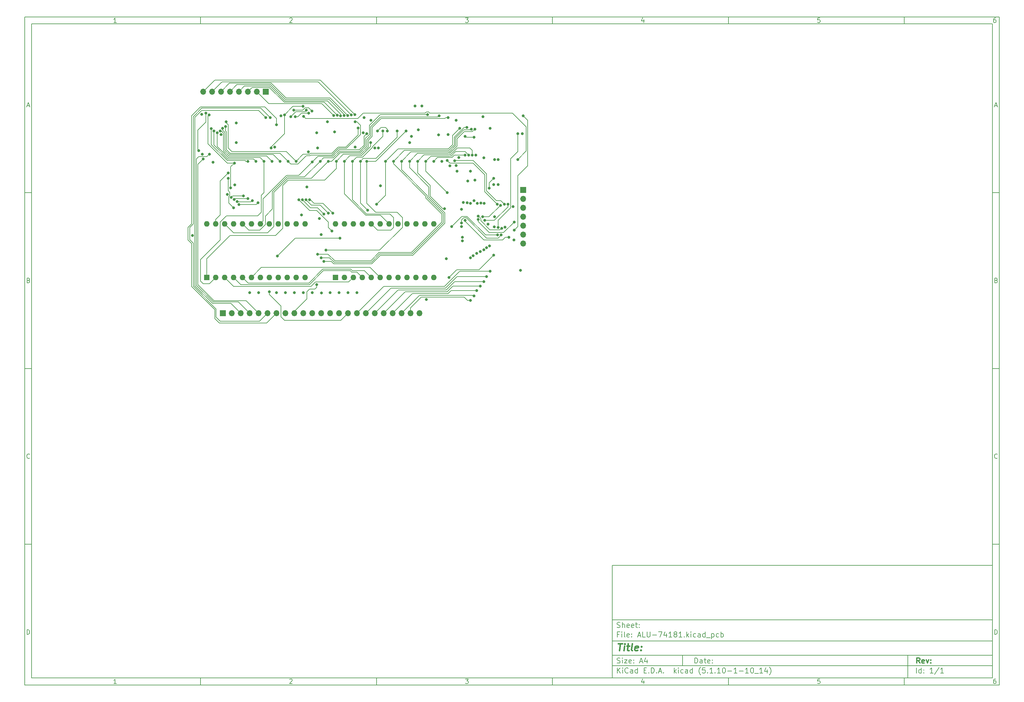
<source format=gbr>
%TF.GenerationSoftware,KiCad,Pcbnew,(5.1.10-1-10_14)*%
%TF.CreationDate,2021-11-14T11:47:48-05:00*%
%TF.ProjectId,ALU-74181,414c552d-3734-4313-9831-2e6b69636164,rev?*%
%TF.SameCoordinates,Original*%
%TF.FileFunction,Copper,L4,Bot*%
%TF.FilePolarity,Positive*%
%FSLAX46Y46*%
G04 Gerber Fmt 4.6, Leading zero omitted, Abs format (unit mm)*
G04 Created by KiCad (PCBNEW (5.1.10-1-10_14)) date 2021-11-14 11:47:48*
%MOMM*%
%LPD*%
G01*
G04 APERTURE LIST*
%ADD10C,0.100000*%
%ADD11C,0.150000*%
%ADD12C,0.300000*%
%ADD13C,0.400000*%
%TA.AperFunction,ComponentPad*%
%ADD14O,1.700000X1.700000*%
%TD*%
%TA.AperFunction,ComponentPad*%
%ADD15R,1.700000X1.700000*%
%TD*%
%TA.AperFunction,ComponentPad*%
%ADD16O,1.600000X1.600000*%
%TD*%
%TA.AperFunction,ComponentPad*%
%ADD17R,1.600000X1.600000*%
%TD*%
%TA.AperFunction,ViaPad*%
%ADD18C,0.800000*%
%TD*%
%TA.AperFunction,Conductor*%
%ADD19C,0.200000*%
%TD*%
G04 APERTURE END LIST*
D10*
D11*
X177002200Y-166007200D02*
X177002200Y-198007200D01*
X285002200Y-198007200D01*
X285002200Y-166007200D01*
X177002200Y-166007200D01*
D10*
D11*
X10000000Y-10000000D02*
X10000000Y-200007200D01*
X287002200Y-200007200D01*
X287002200Y-10000000D01*
X10000000Y-10000000D01*
D10*
D11*
X12000000Y-12000000D02*
X12000000Y-198007200D01*
X285002200Y-198007200D01*
X285002200Y-12000000D01*
X12000000Y-12000000D01*
D10*
D11*
X60000000Y-12000000D02*
X60000000Y-10000000D01*
D10*
D11*
X110000000Y-12000000D02*
X110000000Y-10000000D01*
D10*
D11*
X160000000Y-12000000D02*
X160000000Y-10000000D01*
D10*
D11*
X210000000Y-12000000D02*
X210000000Y-10000000D01*
D10*
D11*
X260000000Y-12000000D02*
X260000000Y-10000000D01*
D10*
D11*
X36065476Y-11588095D02*
X35322619Y-11588095D01*
X35694047Y-11588095D02*
X35694047Y-10288095D01*
X35570238Y-10473809D01*
X35446428Y-10597619D01*
X35322619Y-10659523D01*
D10*
D11*
X85322619Y-10411904D02*
X85384523Y-10350000D01*
X85508333Y-10288095D01*
X85817857Y-10288095D01*
X85941666Y-10350000D01*
X86003571Y-10411904D01*
X86065476Y-10535714D01*
X86065476Y-10659523D01*
X86003571Y-10845238D01*
X85260714Y-11588095D01*
X86065476Y-11588095D01*
D10*
D11*
X135260714Y-10288095D02*
X136065476Y-10288095D01*
X135632142Y-10783333D01*
X135817857Y-10783333D01*
X135941666Y-10845238D01*
X136003571Y-10907142D01*
X136065476Y-11030952D01*
X136065476Y-11340476D01*
X136003571Y-11464285D01*
X135941666Y-11526190D01*
X135817857Y-11588095D01*
X135446428Y-11588095D01*
X135322619Y-11526190D01*
X135260714Y-11464285D01*
D10*
D11*
X185941666Y-10721428D02*
X185941666Y-11588095D01*
X185632142Y-10226190D02*
X185322619Y-11154761D01*
X186127380Y-11154761D01*
D10*
D11*
X236003571Y-10288095D02*
X235384523Y-10288095D01*
X235322619Y-10907142D01*
X235384523Y-10845238D01*
X235508333Y-10783333D01*
X235817857Y-10783333D01*
X235941666Y-10845238D01*
X236003571Y-10907142D01*
X236065476Y-11030952D01*
X236065476Y-11340476D01*
X236003571Y-11464285D01*
X235941666Y-11526190D01*
X235817857Y-11588095D01*
X235508333Y-11588095D01*
X235384523Y-11526190D01*
X235322619Y-11464285D01*
D10*
D11*
X285941666Y-10288095D02*
X285694047Y-10288095D01*
X285570238Y-10350000D01*
X285508333Y-10411904D01*
X285384523Y-10597619D01*
X285322619Y-10845238D01*
X285322619Y-11340476D01*
X285384523Y-11464285D01*
X285446428Y-11526190D01*
X285570238Y-11588095D01*
X285817857Y-11588095D01*
X285941666Y-11526190D01*
X286003571Y-11464285D01*
X286065476Y-11340476D01*
X286065476Y-11030952D01*
X286003571Y-10907142D01*
X285941666Y-10845238D01*
X285817857Y-10783333D01*
X285570238Y-10783333D01*
X285446428Y-10845238D01*
X285384523Y-10907142D01*
X285322619Y-11030952D01*
D10*
D11*
X60000000Y-198007200D02*
X60000000Y-200007200D01*
D10*
D11*
X110000000Y-198007200D02*
X110000000Y-200007200D01*
D10*
D11*
X160000000Y-198007200D02*
X160000000Y-200007200D01*
D10*
D11*
X210000000Y-198007200D02*
X210000000Y-200007200D01*
D10*
D11*
X260000000Y-198007200D02*
X260000000Y-200007200D01*
D10*
D11*
X36065476Y-199595295D02*
X35322619Y-199595295D01*
X35694047Y-199595295D02*
X35694047Y-198295295D01*
X35570238Y-198481009D01*
X35446428Y-198604819D01*
X35322619Y-198666723D01*
D10*
D11*
X85322619Y-198419104D02*
X85384523Y-198357200D01*
X85508333Y-198295295D01*
X85817857Y-198295295D01*
X85941666Y-198357200D01*
X86003571Y-198419104D01*
X86065476Y-198542914D01*
X86065476Y-198666723D01*
X86003571Y-198852438D01*
X85260714Y-199595295D01*
X86065476Y-199595295D01*
D10*
D11*
X135260714Y-198295295D02*
X136065476Y-198295295D01*
X135632142Y-198790533D01*
X135817857Y-198790533D01*
X135941666Y-198852438D01*
X136003571Y-198914342D01*
X136065476Y-199038152D01*
X136065476Y-199347676D01*
X136003571Y-199471485D01*
X135941666Y-199533390D01*
X135817857Y-199595295D01*
X135446428Y-199595295D01*
X135322619Y-199533390D01*
X135260714Y-199471485D01*
D10*
D11*
X185941666Y-198728628D02*
X185941666Y-199595295D01*
X185632142Y-198233390D02*
X185322619Y-199161961D01*
X186127380Y-199161961D01*
D10*
D11*
X236003571Y-198295295D02*
X235384523Y-198295295D01*
X235322619Y-198914342D01*
X235384523Y-198852438D01*
X235508333Y-198790533D01*
X235817857Y-198790533D01*
X235941666Y-198852438D01*
X236003571Y-198914342D01*
X236065476Y-199038152D01*
X236065476Y-199347676D01*
X236003571Y-199471485D01*
X235941666Y-199533390D01*
X235817857Y-199595295D01*
X235508333Y-199595295D01*
X235384523Y-199533390D01*
X235322619Y-199471485D01*
D10*
D11*
X285941666Y-198295295D02*
X285694047Y-198295295D01*
X285570238Y-198357200D01*
X285508333Y-198419104D01*
X285384523Y-198604819D01*
X285322619Y-198852438D01*
X285322619Y-199347676D01*
X285384523Y-199471485D01*
X285446428Y-199533390D01*
X285570238Y-199595295D01*
X285817857Y-199595295D01*
X285941666Y-199533390D01*
X286003571Y-199471485D01*
X286065476Y-199347676D01*
X286065476Y-199038152D01*
X286003571Y-198914342D01*
X285941666Y-198852438D01*
X285817857Y-198790533D01*
X285570238Y-198790533D01*
X285446428Y-198852438D01*
X285384523Y-198914342D01*
X285322619Y-199038152D01*
D10*
D11*
X10000000Y-60000000D02*
X12000000Y-60000000D01*
D10*
D11*
X10000000Y-110000000D02*
X12000000Y-110000000D01*
D10*
D11*
X10000000Y-160000000D02*
X12000000Y-160000000D01*
D10*
D11*
X10690476Y-35216666D02*
X11309523Y-35216666D01*
X10566666Y-35588095D02*
X11000000Y-34288095D01*
X11433333Y-35588095D01*
D10*
D11*
X11092857Y-84907142D02*
X11278571Y-84969047D01*
X11340476Y-85030952D01*
X11402380Y-85154761D01*
X11402380Y-85340476D01*
X11340476Y-85464285D01*
X11278571Y-85526190D01*
X11154761Y-85588095D01*
X10659523Y-85588095D01*
X10659523Y-84288095D01*
X11092857Y-84288095D01*
X11216666Y-84350000D01*
X11278571Y-84411904D01*
X11340476Y-84535714D01*
X11340476Y-84659523D01*
X11278571Y-84783333D01*
X11216666Y-84845238D01*
X11092857Y-84907142D01*
X10659523Y-84907142D01*
D10*
D11*
X11402380Y-135464285D02*
X11340476Y-135526190D01*
X11154761Y-135588095D01*
X11030952Y-135588095D01*
X10845238Y-135526190D01*
X10721428Y-135402380D01*
X10659523Y-135278571D01*
X10597619Y-135030952D01*
X10597619Y-134845238D01*
X10659523Y-134597619D01*
X10721428Y-134473809D01*
X10845238Y-134350000D01*
X11030952Y-134288095D01*
X11154761Y-134288095D01*
X11340476Y-134350000D01*
X11402380Y-134411904D01*
D10*
D11*
X10659523Y-185588095D02*
X10659523Y-184288095D01*
X10969047Y-184288095D01*
X11154761Y-184350000D01*
X11278571Y-184473809D01*
X11340476Y-184597619D01*
X11402380Y-184845238D01*
X11402380Y-185030952D01*
X11340476Y-185278571D01*
X11278571Y-185402380D01*
X11154761Y-185526190D01*
X10969047Y-185588095D01*
X10659523Y-185588095D01*
D10*
D11*
X287002200Y-60000000D02*
X285002200Y-60000000D01*
D10*
D11*
X287002200Y-110000000D02*
X285002200Y-110000000D01*
D10*
D11*
X287002200Y-160000000D02*
X285002200Y-160000000D01*
D10*
D11*
X285692676Y-35216666D02*
X286311723Y-35216666D01*
X285568866Y-35588095D02*
X286002200Y-34288095D01*
X286435533Y-35588095D01*
D10*
D11*
X286095057Y-84907142D02*
X286280771Y-84969047D01*
X286342676Y-85030952D01*
X286404580Y-85154761D01*
X286404580Y-85340476D01*
X286342676Y-85464285D01*
X286280771Y-85526190D01*
X286156961Y-85588095D01*
X285661723Y-85588095D01*
X285661723Y-84288095D01*
X286095057Y-84288095D01*
X286218866Y-84350000D01*
X286280771Y-84411904D01*
X286342676Y-84535714D01*
X286342676Y-84659523D01*
X286280771Y-84783333D01*
X286218866Y-84845238D01*
X286095057Y-84907142D01*
X285661723Y-84907142D01*
D10*
D11*
X286404580Y-135464285D02*
X286342676Y-135526190D01*
X286156961Y-135588095D01*
X286033152Y-135588095D01*
X285847438Y-135526190D01*
X285723628Y-135402380D01*
X285661723Y-135278571D01*
X285599819Y-135030952D01*
X285599819Y-134845238D01*
X285661723Y-134597619D01*
X285723628Y-134473809D01*
X285847438Y-134350000D01*
X286033152Y-134288095D01*
X286156961Y-134288095D01*
X286342676Y-134350000D01*
X286404580Y-134411904D01*
D10*
D11*
X285661723Y-185588095D02*
X285661723Y-184288095D01*
X285971247Y-184288095D01*
X286156961Y-184350000D01*
X286280771Y-184473809D01*
X286342676Y-184597619D01*
X286404580Y-184845238D01*
X286404580Y-185030952D01*
X286342676Y-185278571D01*
X286280771Y-185402380D01*
X286156961Y-185526190D01*
X285971247Y-185588095D01*
X285661723Y-185588095D01*
D10*
D11*
X200434342Y-193785771D02*
X200434342Y-192285771D01*
X200791485Y-192285771D01*
X201005771Y-192357200D01*
X201148628Y-192500057D01*
X201220057Y-192642914D01*
X201291485Y-192928628D01*
X201291485Y-193142914D01*
X201220057Y-193428628D01*
X201148628Y-193571485D01*
X201005771Y-193714342D01*
X200791485Y-193785771D01*
X200434342Y-193785771D01*
X202577200Y-193785771D02*
X202577200Y-193000057D01*
X202505771Y-192857200D01*
X202362914Y-192785771D01*
X202077200Y-192785771D01*
X201934342Y-192857200D01*
X202577200Y-193714342D02*
X202434342Y-193785771D01*
X202077200Y-193785771D01*
X201934342Y-193714342D01*
X201862914Y-193571485D01*
X201862914Y-193428628D01*
X201934342Y-193285771D01*
X202077200Y-193214342D01*
X202434342Y-193214342D01*
X202577200Y-193142914D01*
X203077200Y-192785771D02*
X203648628Y-192785771D01*
X203291485Y-192285771D02*
X203291485Y-193571485D01*
X203362914Y-193714342D01*
X203505771Y-193785771D01*
X203648628Y-193785771D01*
X204720057Y-193714342D02*
X204577200Y-193785771D01*
X204291485Y-193785771D01*
X204148628Y-193714342D01*
X204077200Y-193571485D01*
X204077200Y-193000057D01*
X204148628Y-192857200D01*
X204291485Y-192785771D01*
X204577200Y-192785771D01*
X204720057Y-192857200D01*
X204791485Y-193000057D01*
X204791485Y-193142914D01*
X204077200Y-193285771D01*
X205434342Y-193642914D02*
X205505771Y-193714342D01*
X205434342Y-193785771D01*
X205362914Y-193714342D01*
X205434342Y-193642914D01*
X205434342Y-193785771D01*
X205434342Y-192857200D02*
X205505771Y-192928628D01*
X205434342Y-193000057D01*
X205362914Y-192928628D01*
X205434342Y-192857200D01*
X205434342Y-193000057D01*
D10*
D11*
X177002200Y-194507200D02*
X285002200Y-194507200D01*
D10*
D11*
X178434342Y-196585771D02*
X178434342Y-195085771D01*
X179291485Y-196585771D02*
X178648628Y-195728628D01*
X179291485Y-195085771D02*
X178434342Y-195942914D01*
X179934342Y-196585771D02*
X179934342Y-195585771D01*
X179934342Y-195085771D02*
X179862914Y-195157200D01*
X179934342Y-195228628D01*
X180005771Y-195157200D01*
X179934342Y-195085771D01*
X179934342Y-195228628D01*
X181505771Y-196442914D02*
X181434342Y-196514342D01*
X181220057Y-196585771D01*
X181077200Y-196585771D01*
X180862914Y-196514342D01*
X180720057Y-196371485D01*
X180648628Y-196228628D01*
X180577200Y-195942914D01*
X180577200Y-195728628D01*
X180648628Y-195442914D01*
X180720057Y-195300057D01*
X180862914Y-195157200D01*
X181077200Y-195085771D01*
X181220057Y-195085771D01*
X181434342Y-195157200D01*
X181505771Y-195228628D01*
X182791485Y-196585771D02*
X182791485Y-195800057D01*
X182720057Y-195657200D01*
X182577200Y-195585771D01*
X182291485Y-195585771D01*
X182148628Y-195657200D01*
X182791485Y-196514342D02*
X182648628Y-196585771D01*
X182291485Y-196585771D01*
X182148628Y-196514342D01*
X182077200Y-196371485D01*
X182077200Y-196228628D01*
X182148628Y-196085771D01*
X182291485Y-196014342D01*
X182648628Y-196014342D01*
X182791485Y-195942914D01*
X184148628Y-196585771D02*
X184148628Y-195085771D01*
X184148628Y-196514342D02*
X184005771Y-196585771D01*
X183720057Y-196585771D01*
X183577200Y-196514342D01*
X183505771Y-196442914D01*
X183434342Y-196300057D01*
X183434342Y-195871485D01*
X183505771Y-195728628D01*
X183577200Y-195657200D01*
X183720057Y-195585771D01*
X184005771Y-195585771D01*
X184148628Y-195657200D01*
X186005771Y-195800057D02*
X186505771Y-195800057D01*
X186720057Y-196585771D02*
X186005771Y-196585771D01*
X186005771Y-195085771D01*
X186720057Y-195085771D01*
X187362914Y-196442914D02*
X187434342Y-196514342D01*
X187362914Y-196585771D01*
X187291485Y-196514342D01*
X187362914Y-196442914D01*
X187362914Y-196585771D01*
X188077200Y-196585771D02*
X188077200Y-195085771D01*
X188434342Y-195085771D01*
X188648628Y-195157200D01*
X188791485Y-195300057D01*
X188862914Y-195442914D01*
X188934342Y-195728628D01*
X188934342Y-195942914D01*
X188862914Y-196228628D01*
X188791485Y-196371485D01*
X188648628Y-196514342D01*
X188434342Y-196585771D01*
X188077200Y-196585771D01*
X189577200Y-196442914D02*
X189648628Y-196514342D01*
X189577200Y-196585771D01*
X189505771Y-196514342D01*
X189577200Y-196442914D01*
X189577200Y-196585771D01*
X190220057Y-196157200D02*
X190934342Y-196157200D01*
X190077200Y-196585771D02*
X190577200Y-195085771D01*
X191077200Y-196585771D01*
X191577200Y-196442914D02*
X191648628Y-196514342D01*
X191577200Y-196585771D01*
X191505771Y-196514342D01*
X191577200Y-196442914D01*
X191577200Y-196585771D01*
X194577200Y-196585771D02*
X194577200Y-195085771D01*
X194720057Y-196014342D02*
X195148628Y-196585771D01*
X195148628Y-195585771D02*
X194577200Y-196157200D01*
X195791485Y-196585771D02*
X195791485Y-195585771D01*
X195791485Y-195085771D02*
X195720057Y-195157200D01*
X195791485Y-195228628D01*
X195862914Y-195157200D01*
X195791485Y-195085771D01*
X195791485Y-195228628D01*
X197148628Y-196514342D02*
X197005771Y-196585771D01*
X196720057Y-196585771D01*
X196577200Y-196514342D01*
X196505771Y-196442914D01*
X196434342Y-196300057D01*
X196434342Y-195871485D01*
X196505771Y-195728628D01*
X196577200Y-195657200D01*
X196720057Y-195585771D01*
X197005771Y-195585771D01*
X197148628Y-195657200D01*
X198434342Y-196585771D02*
X198434342Y-195800057D01*
X198362914Y-195657200D01*
X198220057Y-195585771D01*
X197934342Y-195585771D01*
X197791485Y-195657200D01*
X198434342Y-196514342D02*
X198291485Y-196585771D01*
X197934342Y-196585771D01*
X197791485Y-196514342D01*
X197720057Y-196371485D01*
X197720057Y-196228628D01*
X197791485Y-196085771D01*
X197934342Y-196014342D01*
X198291485Y-196014342D01*
X198434342Y-195942914D01*
X199791485Y-196585771D02*
X199791485Y-195085771D01*
X199791485Y-196514342D02*
X199648628Y-196585771D01*
X199362914Y-196585771D01*
X199220057Y-196514342D01*
X199148628Y-196442914D01*
X199077200Y-196300057D01*
X199077200Y-195871485D01*
X199148628Y-195728628D01*
X199220057Y-195657200D01*
X199362914Y-195585771D01*
X199648628Y-195585771D01*
X199791485Y-195657200D01*
X202077200Y-197157200D02*
X202005771Y-197085771D01*
X201862914Y-196871485D01*
X201791485Y-196728628D01*
X201720057Y-196514342D01*
X201648628Y-196157200D01*
X201648628Y-195871485D01*
X201720057Y-195514342D01*
X201791485Y-195300057D01*
X201862914Y-195157200D01*
X202005771Y-194942914D01*
X202077200Y-194871485D01*
X203362914Y-195085771D02*
X202648628Y-195085771D01*
X202577200Y-195800057D01*
X202648628Y-195728628D01*
X202791485Y-195657200D01*
X203148628Y-195657200D01*
X203291485Y-195728628D01*
X203362914Y-195800057D01*
X203434342Y-195942914D01*
X203434342Y-196300057D01*
X203362914Y-196442914D01*
X203291485Y-196514342D01*
X203148628Y-196585771D01*
X202791485Y-196585771D01*
X202648628Y-196514342D01*
X202577200Y-196442914D01*
X204077200Y-196442914D02*
X204148628Y-196514342D01*
X204077200Y-196585771D01*
X204005771Y-196514342D01*
X204077200Y-196442914D01*
X204077200Y-196585771D01*
X205577200Y-196585771D02*
X204720057Y-196585771D01*
X205148628Y-196585771D02*
X205148628Y-195085771D01*
X205005771Y-195300057D01*
X204862914Y-195442914D01*
X204720057Y-195514342D01*
X206220057Y-196442914D02*
X206291485Y-196514342D01*
X206220057Y-196585771D01*
X206148628Y-196514342D01*
X206220057Y-196442914D01*
X206220057Y-196585771D01*
X207720057Y-196585771D02*
X206862914Y-196585771D01*
X207291485Y-196585771D02*
X207291485Y-195085771D01*
X207148628Y-195300057D01*
X207005771Y-195442914D01*
X206862914Y-195514342D01*
X208648628Y-195085771D02*
X208791485Y-195085771D01*
X208934342Y-195157200D01*
X209005771Y-195228628D01*
X209077200Y-195371485D01*
X209148628Y-195657200D01*
X209148628Y-196014342D01*
X209077200Y-196300057D01*
X209005771Y-196442914D01*
X208934342Y-196514342D01*
X208791485Y-196585771D01*
X208648628Y-196585771D01*
X208505771Y-196514342D01*
X208434342Y-196442914D01*
X208362914Y-196300057D01*
X208291485Y-196014342D01*
X208291485Y-195657200D01*
X208362914Y-195371485D01*
X208434342Y-195228628D01*
X208505771Y-195157200D01*
X208648628Y-195085771D01*
X209791485Y-196014342D02*
X210934342Y-196014342D01*
X212434342Y-196585771D02*
X211577200Y-196585771D01*
X212005771Y-196585771D02*
X212005771Y-195085771D01*
X211862914Y-195300057D01*
X211720057Y-195442914D01*
X211577200Y-195514342D01*
X213077200Y-196014342D02*
X214220057Y-196014342D01*
X215720057Y-196585771D02*
X214862914Y-196585771D01*
X215291485Y-196585771D02*
X215291485Y-195085771D01*
X215148628Y-195300057D01*
X215005771Y-195442914D01*
X214862914Y-195514342D01*
X216648628Y-195085771D02*
X216791485Y-195085771D01*
X216934342Y-195157200D01*
X217005771Y-195228628D01*
X217077200Y-195371485D01*
X217148628Y-195657200D01*
X217148628Y-196014342D01*
X217077200Y-196300057D01*
X217005771Y-196442914D01*
X216934342Y-196514342D01*
X216791485Y-196585771D01*
X216648628Y-196585771D01*
X216505771Y-196514342D01*
X216434342Y-196442914D01*
X216362914Y-196300057D01*
X216291485Y-196014342D01*
X216291485Y-195657200D01*
X216362914Y-195371485D01*
X216434342Y-195228628D01*
X216505771Y-195157200D01*
X216648628Y-195085771D01*
X217434342Y-196728628D02*
X218577200Y-196728628D01*
X219720057Y-196585771D02*
X218862914Y-196585771D01*
X219291485Y-196585771D02*
X219291485Y-195085771D01*
X219148628Y-195300057D01*
X219005771Y-195442914D01*
X218862914Y-195514342D01*
X221005771Y-195585771D02*
X221005771Y-196585771D01*
X220648628Y-195014342D02*
X220291485Y-196085771D01*
X221220057Y-196085771D01*
X221648628Y-197157200D02*
X221720057Y-197085771D01*
X221862914Y-196871485D01*
X221934342Y-196728628D01*
X222005771Y-196514342D01*
X222077200Y-196157200D01*
X222077200Y-195871485D01*
X222005771Y-195514342D01*
X221934342Y-195300057D01*
X221862914Y-195157200D01*
X221720057Y-194942914D01*
X221648628Y-194871485D01*
D10*
D11*
X177002200Y-191507200D02*
X285002200Y-191507200D01*
D10*
D12*
X264411485Y-193785771D02*
X263911485Y-193071485D01*
X263554342Y-193785771D02*
X263554342Y-192285771D01*
X264125771Y-192285771D01*
X264268628Y-192357200D01*
X264340057Y-192428628D01*
X264411485Y-192571485D01*
X264411485Y-192785771D01*
X264340057Y-192928628D01*
X264268628Y-193000057D01*
X264125771Y-193071485D01*
X263554342Y-193071485D01*
X265625771Y-193714342D02*
X265482914Y-193785771D01*
X265197200Y-193785771D01*
X265054342Y-193714342D01*
X264982914Y-193571485D01*
X264982914Y-193000057D01*
X265054342Y-192857200D01*
X265197200Y-192785771D01*
X265482914Y-192785771D01*
X265625771Y-192857200D01*
X265697200Y-193000057D01*
X265697200Y-193142914D01*
X264982914Y-193285771D01*
X266197200Y-192785771D02*
X266554342Y-193785771D01*
X266911485Y-192785771D01*
X267482914Y-193642914D02*
X267554342Y-193714342D01*
X267482914Y-193785771D01*
X267411485Y-193714342D01*
X267482914Y-193642914D01*
X267482914Y-193785771D01*
X267482914Y-192857200D02*
X267554342Y-192928628D01*
X267482914Y-193000057D01*
X267411485Y-192928628D01*
X267482914Y-192857200D01*
X267482914Y-193000057D01*
D10*
D11*
X178362914Y-193714342D02*
X178577200Y-193785771D01*
X178934342Y-193785771D01*
X179077200Y-193714342D01*
X179148628Y-193642914D01*
X179220057Y-193500057D01*
X179220057Y-193357200D01*
X179148628Y-193214342D01*
X179077200Y-193142914D01*
X178934342Y-193071485D01*
X178648628Y-193000057D01*
X178505771Y-192928628D01*
X178434342Y-192857200D01*
X178362914Y-192714342D01*
X178362914Y-192571485D01*
X178434342Y-192428628D01*
X178505771Y-192357200D01*
X178648628Y-192285771D01*
X179005771Y-192285771D01*
X179220057Y-192357200D01*
X179862914Y-193785771D02*
X179862914Y-192785771D01*
X179862914Y-192285771D02*
X179791485Y-192357200D01*
X179862914Y-192428628D01*
X179934342Y-192357200D01*
X179862914Y-192285771D01*
X179862914Y-192428628D01*
X180434342Y-192785771D02*
X181220057Y-192785771D01*
X180434342Y-193785771D01*
X181220057Y-193785771D01*
X182362914Y-193714342D02*
X182220057Y-193785771D01*
X181934342Y-193785771D01*
X181791485Y-193714342D01*
X181720057Y-193571485D01*
X181720057Y-193000057D01*
X181791485Y-192857200D01*
X181934342Y-192785771D01*
X182220057Y-192785771D01*
X182362914Y-192857200D01*
X182434342Y-193000057D01*
X182434342Y-193142914D01*
X181720057Y-193285771D01*
X183077200Y-193642914D02*
X183148628Y-193714342D01*
X183077200Y-193785771D01*
X183005771Y-193714342D01*
X183077200Y-193642914D01*
X183077200Y-193785771D01*
X183077200Y-192857200D02*
X183148628Y-192928628D01*
X183077200Y-193000057D01*
X183005771Y-192928628D01*
X183077200Y-192857200D01*
X183077200Y-193000057D01*
X184862914Y-193357200D02*
X185577200Y-193357200D01*
X184720057Y-193785771D02*
X185220057Y-192285771D01*
X185720057Y-193785771D01*
X186862914Y-192785771D02*
X186862914Y-193785771D01*
X186505771Y-192214342D02*
X186148628Y-193285771D01*
X187077200Y-193285771D01*
D10*
D11*
X263434342Y-196585771D02*
X263434342Y-195085771D01*
X264791485Y-196585771D02*
X264791485Y-195085771D01*
X264791485Y-196514342D02*
X264648628Y-196585771D01*
X264362914Y-196585771D01*
X264220057Y-196514342D01*
X264148628Y-196442914D01*
X264077200Y-196300057D01*
X264077200Y-195871485D01*
X264148628Y-195728628D01*
X264220057Y-195657200D01*
X264362914Y-195585771D01*
X264648628Y-195585771D01*
X264791485Y-195657200D01*
X265505771Y-196442914D02*
X265577200Y-196514342D01*
X265505771Y-196585771D01*
X265434342Y-196514342D01*
X265505771Y-196442914D01*
X265505771Y-196585771D01*
X265505771Y-195657200D02*
X265577200Y-195728628D01*
X265505771Y-195800057D01*
X265434342Y-195728628D01*
X265505771Y-195657200D01*
X265505771Y-195800057D01*
X268148628Y-196585771D02*
X267291485Y-196585771D01*
X267720057Y-196585771D02*
X267720057Y-195085771D01*
X267577200Y-195300057D01*
X267434342Y-195442914D01*
X267291485Y-195514342D01*
X269862914Y-195014342D02*
X268577200Y-196942914D01*
X271148628Y-196585771D02*
X270291485Y-196585771D01*
X270720057Y-196585771D02*
X270720057Y-195085771D01*
X270577200Y-195300057D01*
X270434342Y-195442914D01*
X270291485Y-195514342D01*
D10*
D11*
X177002200Y-187507200D02*
X285002200Y-187507200D01*
D10*
D13*
X178714580Y-188211961D02*
X179857438Y-188211961D01*
X179036009Y-190211961D02*
X179286009Y-188211961D01*
X180274104Y-190211961D02*
X180440771Y-188878628D01*
X180524104Y-188211961D02*
X180416961Y-188307200D01*
X180500295Y-188402438D01*
X180607438Y-188307200D01*
X180524104Y-188211961D01*
X180500295Y-188402438D01*
X181107438Y-188878628D02*
X181869342Y-188878628D01*
X181476485Y-188211961D02*
X181262200Y-189926247D01*
X181333628Y-190116723D01*
X181512200Y-190211961D01*
X181702676Y-190211961D01*
X182655057Y-190211961D02*
X182476485Y-190116723D01*
X182405057Y-189926247D01*
X182619342Y-188211961D01*
X184190771Y-190116723D02*
X183988390Y-190211961D01*
X183607438Y-190211961D01*
X183428866Y-190116723D01*
X183357438Y-189926247D01*
X183452676Y-189164342D01*
X183571723Y-188973866D01*
X183774104Y-188878628D01*
X184155057Y-188878628D01*
X184333628Y-188973866D01*
X184405057Y-189164342D01*
X184381247Y-189354819D01*
X183405057Y-189545295D01*
X185155057Y-190021485D02*
X185238390Y-190116723D01*
X185131247Y-190211961D01*
X185047914Y-190116723D01*
X185155057Y-190021485D01*
X185131247Y-190211961D01*
X185286009Y-188973866D02*
X185369342Y-189069104D01*
X185262200Y-189164342D01*
X185178866Y-189069104D01*
X185286009Y-188973866D01*
X185262200Y-189164342D01*
D10*
D11*
X178934342Y-185600057D02*
X178434342Y-185600057D01*
X178434342Y-186385771D02*
X178434342Y-184885771D01*
X179148628Y-184885771D01*
X179720057Y-186385771D02*
X179720057Y-185385771D01*
X179720057Y-184885771D02*
X179648628Y-184957200D01*
X179720057Y-185028628D01*
X179791485Y-184957200D01*
X179720057Y-184885771D01*
X179720057Y-185028628D01*
X180648628Y-186385771D02*
X180505771Y-186314342D01*
X180434342Y-186171485D01*
X180434342Y-184885771D01*
X181791485Y-186314342D02*
X181648628Y-186385771D01*
X181362914Y-186385771D01*
X181220057Y-186314342D01*
X181148628Y-186171485D01*
X181148628Y-185600057D01*
X181220057Y-185457200D01*
X181362914Y-185385771D01*
X181648628Y-185385771D01*
X181791485Y-185457200D01*
X181862914Y-185600057D01*
X181862914Y-185742914D01*
X181148628Y-185885771D01*
X182505771Y-186242914D02*
X182577200Y-186314342D01*
X182505771Y-186385771D01*
X182434342Y-186314342D01*
X182505771Y-186242914D01*
X182505771Y-186385771D01*
X182505771Y-185457200D02*
X182577200Y-185528628D01*
X182505771Y-185600057D01*
X182434342Y-185528628D01*
X182505771Y-185457200D01*
X182505771Y-185600057D01*
X184291485Y-185957200D02*
X185005771Y-185957200D01*
X184148628Y-186385771D02*
X184648628Y-184885771D01*
X185148628Y-186385771D01*
X186362914Y-186385771D02*
X185648628Y-186385771D01*
X185648628Y-184885771D01*
X186862914Y-184885771D02*
X186862914Y-186100057D01*
X186934342Y-186242914D01*
X187005771Y-186314342D01*
X187148628Y-186385771D01*
X187434342Y-186385771D01*
X187577200Y-186314342D01*
X187648628Y-186242914D01*
X187720057Y-186100057D01*
X187720057Y-184885771D01*
X188434342Y-185814342D02*
X189577200Y-185814342D01*
X190148628Y-184885771D02*
X191148628Y-184885771D01*
X190505771Y-186385771D01*
X192362914Y-185385771D02*
X192362914Y-186385771D01*
X192005771Y-184814342D02*
X191648628Y-185885771D01*
X192577200Y-185885771D01*
X193934342Y-186385771D02*
X193077200Y-186385771D01*
X193505771Y-186385771D02*
X193505771Y-184885771D01*
X193362914Y-185100057D01*
X193220057Y-185242914D01*
X193077200Y-185314342D01*
X194791485Y-185528628D02*
X194648628Y-185457200D01*
X194577200Y-185385771D01*
X194505771Y-185242914D01*
X194505771Y-185171485D01*
X194577200Y-185028628D01*
X194648628Y-184957200D01*
X194791485Y-184885771D01*
X195077200Y-184885771D01*
X195220057Y-184957200D01*
X195291485Y-185028628D01*
X195362914Y-185171485D01*
X195362914Y-185242914D01*
X195291485Y-185385771D01*
X195220057Y-185457200D01*
X195077200Y-185528628D01*
X194791485Y-185528628D01*
X194648628Y-185600057D01*
X194577200Y-185671485D01*
X194505771Y-185814342D01*
X194505771Y-186100057D01*
X194577200Y-186242914D01*
X194648628Y-186314342D01*
X194791485Y-186385771D01*
X195077200Y-186385771D01*
X195220057Y-186314342D01*
X195291485Y-186242914D01*
X195362914Y-186100057D01*
X195362914Y-185814342D01*
X195291485Y-185671485D01*
X195220057Y-185600057D01*
X195077200Y-185528628D01*
X196791485Y-186385771D02*
X195934342Y-186385771D01*
X196362914Y-186385771D02*
X196362914Y-184885771D01*
X196220057Y-185100057D01*
X196077200Y-185242914D01*
X195934342Y-185314342D01*
X197434342Y-186242914D02*
X197505771Y-186314342D01*
X197434342Y-186385771D01*
X197362914Y-186314342D01*
X197434342Y-186242914D01*
X197434342Y-186385771D01*
X198148628Y-186385771D02*
X198148628Y-184885771D01*
X198291485Y-185814342D02*
X198720057Y-186385771D01*
X198720057Y-185385771D02*
X198148628Y-185957200D01*
X199362914Y-186385771D02*
X199362914Y-185385771D01*
X199362914Y-184885771D02*
X199291485Y-184957200D01*
X199362914Y-185028628D01*
X199434342Y-184957200D01*
X199362914Y-184885771D01*
X199362914Y-185028628D01*
X200720057Y-186314342D02*
X200577200Y-186385771D01*
X200291485Y-186385771D01*
X200148628Y-186314342D01*
X200077200Y-186242914D01*
X200005771Y-186100057D01*
X200005771Y-185671485D01*
X200077200Y-185528628D01*
X200148628Y-185457200D01*
X200291485Y-185385771D01*
X200577200Y-185385771D01*
X200720057Y-185457200D01*
X202005771Y-186385771D02*
X202005771Y-185600057D01*
X201934342Y-185457200D01*
X201791485Y-185385771D01*
X201505771Y-185385771D01*
X201362914Y-185457200D01*
X202005771Y-186314342D02*
X201862914Y-186385771D01*
X201505771Y-186385771D01*
X201362914Y-186314342D01*
X201291485Y-186171485D01*
X201291485Y-186028628D01*
X201362914Y-185885771D01*
X201505771Y-185814342D01*
X201862914Y-185814342D01*
X202005771Y-185742914D01*
X203362914Y-186385771D02*
X203362914Y-184885771D01*
X203362914Y-186314342D02*
X203220057Y-186385771D01*
X202934342Y-186385771D01*
X202791485Y-186314342D01*
X202720057Y-186242914D01*
X202648628Y-186100057D01*
X202648628Y-185671485D01*
X202720057Y-185528628D01*
X202791485Y-185457200D01*
X202934342Y-185385771D01*
X203220057Y-185385771D01*
X203362914Y-185457200D01*
X203720057Y-186528628D02*
X204862914Y-186528628D01*
X205220057Y-185385771D02*
X205220057Y-186885771D01*
X205220057Y-185457200D02*
X205362914Y-185385771D01*
X205648628Y-185385771D01*
X205791485Y-185457200D01*
X205862914Y-185528628D01*
X205934342Y-185671485D01*
X205934342Y-186100057D01*
X205862914Y-186242914D01*
X205791485Y-186314342D01*
X205648628Y-186385771D01*
X205362914Y-186385771D01*
X205220057Y-186314342D01*
X207220057Y-186314342D02*
X207077200Y-186385771D01*
X206791485Y-186385771D01*
X206648628Y-186314342D01*
X206577200Y-186242914D01*
X206505771Y-186100057D01*
X206505771Y-185671485D01*
X206577200Y-185528628D01*
X206648628Y-185457200D01*
X206791485Y-185385771D01*
X207077200Y-185385771D01*
X207220057Y-185457200D01*
X207862914Y-186385771D02*
X207862914Y-184885771D01*
X207862914Y-185457200D02*
X208005771Y-185385771D01*
X208291485Y-185385771D01*
X208434342Y-185457200D01*
X208505771Y-185528628D01*
X208577200Y-185671485D01*
X208577200Y-186100057D01*
X208505771Y-186242914D01*
X208434342Y-186314342D01*
X208291485Y-186385771D01*
X208005771Y-186385771D01*
X207862914Y-186314342D01*
D10*
D11*
X177002200Y-181507200D02*
X285002200Y-181507200D01*
D10*
D11*
X178362914Y-183614342D02*
X178577200Y-183685771D01*
X178934342Y-183685771D01*
X179077200Y-183614342D01*
X179148628Y-183542914D01*
X179220057Y-183400057D01*
X179220057Y-183257200D01*
X179148628Y-183114342D01*
X179077200Y-183042914D01*
X178934342Y-182971485D01*
X178648628Y-182900057D01*
X178505771Y-182828628D01*
X178434342Y-182757200D01*
X178362914Y-182614342D01*
X178362914Y-182471485D01*
X178434342Y-182328628D01*
X178505771Y-182257200D01*
X178648628Y-182185771D01*
X179005771Y-182185771D01*
X179220057Y-182257200D01*
X179862914Y-183685771D02*
X179862914Y-182185771D01*
X180505771Y-183685771D02*
X180505771Y-182900057D01*
X180434342Y-182757200D01*
X180291485Y-182685771D01*
X180077200Y-182685771D01*
X179934342Y-182757200D01*
X179862914Y-182828628D01*
X181791485Y-183614342D02*
X181648628Y-183685771D01*
X181362914Y-183685771D01*
X181220057Y-183614342D01*
X181148628Y-183471485D01*
X181148628Y-182900057D01*
X181220057Y-182757200D01*
X181362914Y-182685771D01*
X181648628Y-182685771D01*
X181791485Y-182757200D01*
X181862914Y-182900057D01*
X181862914Y-183042914D01*
X181148628Y-183185771D01*
X183077200Y-183614342D02*
X182934342Y-183685771D01*
X182648628Y-183685771D01*
X182505771Y-183614342D01*
X182434342Y-183471485D01*
X182434342Y-182900057D01*
X182505771Y-182757200D01*
X182648628Y-182685771D01*
X182934342Y-182685771D01*
X183077200Y-182757200D01*
X183148628Y-182900057D01*
X183148628Y-183042914D01*
X182434342Y-183185771D01*
X183577200Y-182685771D02*
X184148628Y-182685771D01*
X183791485Y-182185771D02*
X183791485Y-183471485D01*
X183862914Y-183614342D01*
X184005771Y-183685771D01*
X184148628Y-183685771D01*
X184648628Y-183542914D02*
X184720057Y-183614342D01*
X184648628Y-183685771D01*
X184577200Y-183614342D01*
X184648628Y-183542914D01*
X184648628Y-183685771D01*
X184648628Y-182757200D02*
X184720057Y-182828628D01*
X184648628Y-182900057D01*
X184577200Y-182828628D01*
X184648628Y-182757200D01*
X184648628Y-182900057D01*
D10*
D11*
X197002200Y-191507200D02*
X197002200Y-194507200D01*
D10*
D11*
X261002200Y-191507200D02*
X261002200Y-198007200D01*
D14*
%TO.P,J3,7*%
%TO.N,FLAG_IN_0*%
X151638000Y-74422000D03*
%TO.P,J3,6*%
%TO.N,FLAG_IN_1*%
X151638000Y-71882000D03*
%TO.P,J3,5*%
%TO.N,FLAG_IN_2*%
X151638000Y-69342000D03*
%TO.P,J3,4*%
%TO.N,FLAG_IN_3*%
X151638000Y-66802000D03*
%TO.P,J3,3*%
%TO.N,FLAG_IN_4*%
X151638000Y-64262000D03*
%TO.P,J3,2*%
%TO.N,FLAG_IN_5*%
X151638000Y-61722000D03*
D15*
%TO.P,J3,1*%
%TO.N,FLAG_IN_6*%
X151638000Y-59182000D03*
%TD*%
D14*
%TO.P,J2,23*%
%TO.N,FLAG_REG_IN*%
X122174000Y-94234000D03*
%TO.P,J2,22*%
%TO.N,CF*%
X119634000Y-94234000D03*
%TO.P,J2,21*%
%TO.N,OF*%
X117094000Y-94234000D03*
%TO.P,J2,20*%
%TO.N,SF*%
X114554000Y-94234000D03*
%TO.P,J2,19*%
%TO.N,ZF*%
X112014000Y-94234000D03*
%TO.P,J2,18*%
%TO.N,LTF*%
X109474000Y-94234000D03*
%TO.P,J2,17*%
%TO.N,GTF*%
X106934000Y-94234000D03*
%TO.P,J2,16*%
%TO.N,EQF*%
X104394000Y-94234000D03*
%TO.P,J2,15*%
%TO.N,ALU_MODE*%
X101854000Y-94234000D03*
%TO.P,J2,14*%
%TO.N,ALU_F0*%
X99314000Y-94234000D03*
%TO.P,J2,13*%
%TO.N,ALU_F1*%
X96774000Y-94234000D03*
%TO.P,J2,12*%
%TO.N,ALU_F2*%
X94234000Y-94234000D03*
%TO.P,J2,11*%
%TO.N,ALU_F3*%
X91694000Y-94234000D03*
%TO.P,J2,10*%
%TO.N,ALU_CARRY_IN*%
X89154000Y-94234000D03*
%TO.P,J2,9*%
%TO.N,~ALU_OUT*%
X86614000Y-94234000D03*
%TO.P,J2,8*%
%TO.N,LOAD_B*%
X84074000Y-94234000D03*
%TO.P,J2,7*%
%TO.N,A_SHL*%
X81534000Y-94234000D03*
%TO.P,J2,6*%
%TO.N,A_SHR*%
X78994000Y-94234000D03*
%TO.P,J2,5*%
%TO.N,~A_OUT*%
X76454000Y-94234000D03*
%TO.P,J2,4*%
%TO.N,~RESET*%
X73914000Y-94234000D03*
%TO.P,J2,3*%
%TO.N,CLOCK*%
X71374000Y-94234000D03*
%TO.P,J2,2*%
%TO.N,GND*%
X68834000Y-94234000D03*
D15*
%TO.P,J2,1*%
%TO.N,VCC*%
X66294000Y-94234000D03*
%TD*%
D16*
%TO.P,U8,24*%
%TO.N,VCC*%
X98298000Y-68834000D03*
%TO.P,U8,12*%
%TO.N,GND*%
X126238000Y-84074000D03*
%TO.P,U8,23*%
%TO.N,/A1*%
X100838000Y-68834000D03*
%TO.P,U8,11*%
%TO.N,/ALU2*%
X123698000Y-84074000D03*
%TO.P,U8,22*%
%TO.N,/B1*%
X103378000Y-68834000D03*
%TO.P,U8,10*%
%TO.N,/ALU1*%
X121158000Y-84074000D03*
%TO.P,U8,21*%
%TO.N,/A2*%
X105918000Y-68834000D03*
%TO.P,U8,9*%
%TO.N,/ALU0*%
X118618000Y-84074000D03*
%TO.P,U8,20*%
%TO.N,/B2*%
X108458000Y-68834000D03*
%TO.P,U8,8*%
%TO.N,ALU_MODE*%
X116078000Y-84074000D03*
%TO.P,U8,19*%
%TO.N,/A3*%
X110998000Y-68834000D03*
%TO.P,U8,7*%
%TO.N,ALU_CARRY_IN*%
X113538000Y-84074000D03*
%TO.P,U8,18*%
%TO.N,/B3*%
X113538000Y-68834000D03*
%TO.P,U8,6*%
%TO.N,ALU_F0*%
X110998000Y-84074000D03*
%TO.P,U8,17*%
%TO.N,Net-(U8-Pad17)*%
X116078000Y-68834000D03*
%TO.P,U8,5*%
%TO.N,ALU_F1*%
X108458000Y-84074000D03*
%TO.P,U8,16*%
%TO.N,Net-(U6-Pad7)*%
X118618000Y-68834000D03*
%TO.P,U8,4*%
%TO.N,ALU_F2*%
X105918000Y-84074000D03*
%TO.P,U8,15*%
%TO.N,Net-(U8-Pad15)*%
X121158000Y-68834000D03*
%TO.P,U8,3*%
%TO.N,ALU_F3*%
X103378000Y-84074000D03*
%TO.P,U8,14*%
%TO.N,Net-(U8-Pad14)*%
X123698000Y-68834000D03*
%TO.P,U8,2*%
%TO.N,/A0*%
X100838000Y-84074000D03*
%TO.P,U8,13*%
%TO.N,/ALU3*%
X126238000Y-68834000D03*
D17*
%TO.P,U8,1*%
%TO.N,/B0*%
X98298000Y-84074000D03*
%TD*%
D16*
%TO.P,U6,24*%
%TO.N,VCC*%
X61722000Y-68834000D03*
%TO.P,U6,12*%
%TO.N,GND*%
X89662000Y-84074000D03*
%TO.P,U6,23*%
%TO.N,/A5*%
X64262000Y-68834000D03*
%TO.P,U6,11*%
%TO.N,/ALU6*%
X87122000Y-84074000D03*
%TO.P,U6,22*%
%TO.N,/B5*%
X66802000Y-68834000D03*
%TO.P,U6,10*%
%TO.N,/ALU5*%
X84582000Y-84074000D03*
%TO.P,U6,21*%
%TO.N,/A6*%
X69342000Y-68834000D03*
%TO.P,U6,9*%
%TO.N,/ALU4*%
X82042000Y-84074000D03*
%TO.P,U6,20*%
%TO.N,/B6*%
X71882000Y-68834000D03*
%TO.P,U6,8*%
%TO.N,ALU_MODE*%
X79502000Y-84074000D03*
%TO.P,U6,19*%
%TO.N,/A7*%
X74422000Y-68834000D03*
%TO.P,U6,7*%
%TO.N,Net-(U6-Pad7)*%
X76962000Y-84074000D03*
%TO.P,U6,18*%
%TO.N,/B7*%
X76962000Y-68834000D03*
%TO.P,U6,6*%
%TO.N,ALU_F0*%
X74422000Y-84074000D03*
%TO.P,U6,17*%
%TO.N,Net-(U6-Pad17)*%
X79502000Y-68834000D03*
%TO.P,U6,5*%
%TO.N,ALU_F1*%
X71882000Y-84074000D03*
%TO.P,U6,16*%
%TO.N,ALU_CARRY_OUT*%
X82042000Y-68834000D03*
%TO.P,U6,4*%
%TO.N,ALU_F2*%
X69342000Y-84074000D03*
%TO.P,U6,15*%
%TO.N,Net-(U6-Pad15)*%
X84582000Y-68834000D03*
%TO.P,U6,3*%
%TO.N,ALU_F3*%
X66802000Y-84074000D03*
%TO.P,U6,14*%
%TO.N,Net-(U6-Pad14)*%
X87122000Y-68834000D03*
%TO.P,U6,2*%
%TO.N,/A4*%
X64262000Y-84074000D03*
%TO.P,U6,13*%
%TO.N,/ALU7*%
X89662000Y-68834000D03*
D17*
%TO.P,U6,1*%
%TO.N,/B4*%
X61722000Y-84074000D03*
%TD*%
D14*
%TO.P,J1,8*%
%TO.N,BUS7*%
X60706000Y-31242000D03*
%TO.P,J1,7*%
%TO.N,BUS6*%
X63246000Y-31242000D03*
%TO.P,J1,6*%
%TO.N,BUS5*%
X65786000Y-31242000D03*
%TO.P,J1,5*%
%TO.N,BUS4*%
X68326000Y-31242000D03*
%TO.P,J1,4*%
%TO.N,BUS3*%
X70866000Y-31242000D03*
%TO.P,J1,3*%
%TO.N,BUS2*%
X73406000Y-31242000D03*
%TO.P,J1,2*%
%TO.N,BUS1*%
X75946000Y-31242000D03*
D15*
%TO.P,J1,1*%
%TO.N,BUS0*%
X78486000Y-31242000D03*
%TD*%
D18*
%TO.N,GND*%
X65786000Y-43434000D03*
X81026000Y-46990000D03*
X92964000Y-42926000D03*
X142240000Y-41656000D03*
X151384000Y-43180000D03*
X119380000Y-45720000D03*
X106172000Y-42926000D03*
X122870000Y-35372000D03*
X130302000Y-43434000D03*
X63500000Y-51308000D03*
X111101500Y-58062500D03*
X137922000Y-56388000D03*
X96774000Y-88392000D03*
X99314000Y-88392000D03*
X101854000Y-88392000D03*
X104394000Y-88392000D03*
X84074000Y-88392000D03*
X81534000Y-88392000D03*
X94234000Y-71882000D03*
X57658000Y-72136000D03*
X90170000Y-58358010D03*
X69731861Y-57796901D03*
X94322649Y-88470419D03*
X136652000Y-53848000D03*
X103886000Y-46990000D03*
X109489987Y-47244000D03*
X138222706Y-49276000D03*
X60452008Y-49022000D03*
X144526000Y-50546010D03*
X150876000Y-82042000D03*
X144567000Y-57699000D03*
X148782010Y-63948946D03*
X134112000Y-69596000D03*
X134366000Y-73660000D03*
X149017020Y-73455920D03*
X141696951Y-68961326D03*
X143457913Y-69693582D03*
X124140268Y-90362010D03*
%TO.N,VCC*%
X70104000Y-40132000D03*
X82804000Y-38100000D03*
X132588000Y-39370000D03*
X140208000Y-38354000D03*
X108396010Y-39363484D03*
X106426000Y-38608000D03*
X120904000Y-35306000D03*
X93726000Y-67310000D03*
X143510000Y-50546000D03*
X91694000Y-88392000D03*
X89154000Y-88392000D03*
X86614000Y-88392000D03*
X76454000Y-88392000D03*
X73914000Y-88392000D03*
X98044000Y-42672000D03*
X96080500Y-39809500D03*
X60279872Y-37723837D03*
X110494660Y-47248660D03*
X67564000Y-60452000D03*
X143267000Y-57669000D03*
X132659364Y-52287781D03*
X143510000Y-66802000D03*
X134366000Y-72644000D03*
X134180500Y-64701500D03*
%TO.N,CLOCK*%
X150114000Y-50546000D03*
X89277988Y-38260172D03*
X78486000Y-38608000D03*
%TO.N,~ALU_OUT*%
X93218000Y-47244000D03*
X88646000Y-66294000D03*
X92964000Y-86106000D03*
%TO.N,/ALU0*%
X128524000Y-51054000D03*
%TO.N,/ALU1*%
X126238000Y-51054000D03*
X135128000Y-49276000D03*
%TO.N,/ALU2*%
X123952000Y-51054000D03*
X130048000Y-59944000D03*
X136144000Y-49276000D03*
%TO.N,/ALU3*%
X121666000Y-51054000D03*
X129286000Y-64516000D03*
X137160000Y-49276000D03*
%TO.N,/ALU4*%
X119380000Y-51054000D03*
X137922000Y-41910000D03*
X94996000Y-79502000D03*
%TO.N,/ALU5*%
X117094000Y-51054000D03*
X136906000Y-41910000D03*
X94234000Y-78486000D03*
%TO.N,/ALU6*%
X114808000Y-51054000D03*
X135636000Y-41402000D03*
X93218000Y-77470000D03*
%TO.N,SF*%
X136709078Y-63041667D03*
X138430000Y-77216000D03*
X138430000Y-87805500D03*
%TO.N,BUS7*%
X103841318Y-37801318D03*
%TO.N,BUS6*%
X102842363Y-37847271D03*
%TO.N,BUS5*%
X101802698Y-38027933D03*
%TO.N,BUS4*%
X100803942Y-38078036D03*
%TO.N,BUS3*%
X99807463Y-38161990D03*
%TO.N,BUS2*%
X98827767Y-37961468D03*
%TO.N,BUS1*%
X97833880Y-38071980D03*
%TO.N,~A_OUT*%
X61468000Y-37338000D03*
X59436000Y-48006000D03*
X60706000Y-50422011D03*
%TO.N,/A0*%
X87122000Y-51054000D03*
X67241500Y-39809500D03*
X104722709Y-41570920D03*
X94996000Y-66040000D03*
X88900000Y-61976000D03*
%TO.N,/A1*%
X67056000Y-41148000D03*
X84836000Y-51054000D03*
X103876648Y-39861463D03*
X96266000Y-65786000D03*
X89916000Y-61976000D03*
%TO.N,/A2*%
X82550000Y-51054000D03*
X66223940Y-41702706D03*
X110236000Y-42418000D03*
X113030000Y-42418000D03*
X97536000Y-65786000D03*
X90932000Y-61976000D03*
X90593987Y-48344013D03*
%TO.N,/A3*%
X80264000Y-51054000D03*
X65528656Y-42421457D03*
X97282000Y-70866000D03*
X87884000Y-61976000D03*
%TO.N,/A4*%
X83830500Y-37835500D03*
X77978000Y-51054000D03*
X64696026Y-42975309D03*
X89084112Y-35458760D03*
X80010000Y-47244000D03*
%TO.N,/A5*%
X63754000Y-42418000D03*
X75692000Y-51054000D03*
X67818000Y-54356000D03*
X85608500Y-38343500D03*
X90051892Y-36516946D03*
%TO.N,/A6*%
X63031163Y-41726828D03*
X73406000Y-51068054D03*
X69342000Y-64262000D03*
X67818000Y-55880000D03*
X90678000Y-37338000D03*
X86878500Y-38343500D03*
%TO.N,/A7*%
X69596000Y-51562000D03*
X86442429Y-36493571D03*
X68518010Y-58608268D03*
X130810000Y-52324000D03*
X121854979Y-42126021D03*
X91632010Y-36768010D03*
X62468013Y-37846000D03*
%TO.N,/B0*%
X118364000Y-42418000D03*
X72152240Y-60944576D03*
X68733074Y-61344012D03*
X95611989Y-76307989D03*
X107188000Y-51054000D03*
%TO.N,/B1*%
X105410000Y-51054000D03*
X115824000Y-42418000D03*
X107442000Y-64939979D03*
X73448750Y-61675386D03*
X69540965Y-61952630D03*
%TO.N,/B2*%
X103124000Y-51054000D03*
X111760000Y-42418000D03*
X74676000Y-62230000D03*
X70385729Y-62543394D03*
%TO.N,/B3*%
X100838000Y-51054000D03*
X108326043Y-45720000D03*
X76313982Y-62878018D03*
X70915567Y-63391506D03*
%TO.N,/B4*%
X98552000Y-51054000D03*
X130302000Y-38608000D03*
%TO.N,/B5*%
X96266000Y-51054000D03*
X127762000Y-38100000D03*
%TO.N,/B6*%
X93980000Y-51054000D03*
X124460000Y-37761979D03*
%TO.N,/B7*%
X107188000Y-43180000D03*
X91694000Y-51292013D03*
X119888000Y-43942000D03*
X132842000Y-53848000D03*
%TO.N,A_SHR*%
X79756000Y-38608000D03*
%TO.N,A_SHL*%
X81534000Y-40640000D03*
%TO.N,Net-(U6-Pad7)*%
X81788000Y-77978000D03*
X99568000Y-72898000D03*
%TO.N,ALU_CARRY_OUT*%
X129794000Y-78740000D03*
%TO.N,Net-(U11-Pad1)*%
X137668000Y-44196000D03*
X135128000Y-43942000D03*
%TO.N,OVERFLOW*%
X149098000Y-70612000D03*
X151638000Y-38100000D03*
%TO.N,ZF*%
X139446000Y-76708000D03*
X137668006Y-62230000D03*
X139446000Y-86535500D03*
%TO.N,LTF*%
X140462000Y-76200000D03*
X138622010Y-63020849D03*
X140462000Y-85265500D03*
%TO.N,EQF*%
X142126120Y-75090588D03*
X140620424Y-62996084D03*
X142240000Y-82296000D03*
%TO.N,GTF*%
X141294060Y-75645294D03*
X139620744Y-62970312D03*
X141294060Y-83811560D03*
%TO.N,ALU_MODE*%
X79502000Y-88138000D03*
%TO.N,CF*%
X134620000Y-62738000D03*
X136652000Y-78486000D03*
X136652000Y-90599500D03*
%TO.N,OF*%
X135726694Y-62854730D03*
X137484060Y-77931293D03*
X137668000Y-89329500D03*
%TO.N,/ALU7*%
X112522000Y-51054000D03*
X133604000Y-41656000D03*
X109982000Y-63246000D03*
X135890000Y-56642000D03*
X133350000Y-49976010D03*
X146517000Y-69809000D03*
%TO.N,ZERO*%
X144526000Y-69850000D03*
X150114000Y-43180000D03*
%TO.N,EQ*%
X127635000Y-43561000D03*
X140462000Y-50038000D03*
%TO.N,GT*%
X132235794Y-50887770D03*
X146304000Y-63246000D03*
%TO.N,LT*%
X130048000Y-50800000D03*
X144271350Y-63245777D03*
%TO.N,~RESET*%
X70104000Y-45720000D03*
X62484000Y-49022000D03*
%TO.N,Net-(Q1-Pad3)*%
X143256000Y-55880000D03*
X141986000Y-58674000D03*
%TO.N,Net-(Q2-Pad3)*%
X131318000Y-69596000D03*
X144425036Y-72035036D03*
%TO.N,FLAG_REG_IN*%
X130556000Y-84074000D03*
X143256000Y-77724000D03*
%TO.N,FLAG5*%
X147320000Y-63246000D03*
X140714055Y-67845901D03*
%TO.N,FLAG4*%
X145217000Y-63571000D03*
X140150931Y-66846563D03*
%TO.N,FLAG3*%
X145542000Y-70104000D03*
X138914033Y-66631724D03*
%TO.N,FLAG2*%
X149098000Y-68326000D03*
X138914033Y-67631737D03*
%TO.N,FLAG1*%
X147574000Y-72644000D03*
X135128000Y-67818000D03*
%TO.N,FLAG0*%
X134112000Y-68580000D03*
X145443998Y-72006038D03*
%TD*%
D19*
%TO.N,CLOCK*%
X68618022Y-91478022D02*
X71374000Y-94234000D01*
X58381978Y-86437378D02*
X63422622Y-91478022D01*
X58381978Y-38585729D02*
X58381978Y-86437378D01*
X60329708Y-36637999D02*
X58381978Y-38585729D01*
X63422622Y-91478022D02*
X68618022Y-91478022D01*
X76515999Y-36637999D02*
X60329708Y-36637999D01*
X78486000Y-38608000D02*
X76515999Y-36637999D01*
X150114000Y-50546000D02*
X152507989Y-48152011D01*
X152507989Y-41255989D02*
X148590000Y-37338000D01*
X152507989Y-48152011D02*
X152507989Y-41255989D01*
X124796001Y-37061978D02*
X124123999Y-37061978D01*
X125072023Y-37338000D02*
X124796001Y-37061978D01*
X89879816Y-38862000D02*
X89277988Y-38260172D01*
X124123999Y-37061978D02*
X123847977Y-37338000D01*
X123847977Y-37338000D02*
X106172000Y-37338000D01*
X104648000Y-38862000D02*
X89879816Y-38862000D01*
X106172000Y-37338000D02*
X104648000Y-38862000D01*
X148590000Y-37338000D02*
X125072023Y-37338000D01*
%TO.N,~ALU_OUT*%
X92964000Y-86106000D02*
X92964000Y-86868000D01*
X92964000Y-86868000D02*
X92456000Y-87376000D01*
X92456000Y-87376000D02*
X90932000Y-87376000D01*
X90932000Y-87376000D02*
X90170000Y-88138000D01*
X90170000Y-88138000D02*
X90170000Y-90170000D01*
X86614000Y-93726000D02*
X86614000Y-94234000D01*
X90170000Y-90170000D02*
X86614000Y-93726000D01*
%TO.N,/ALU1*%
X130928346Y-49950455D02*
X131398650Y-49950455D01*
X131398650Y-49950455D02*
X132073105Y-49276000D01*
X132073105Y-49276000D02*
X135128000Y-49276000D01*
X130872746Y-50006055D02*
X130928346Y-49950455D01*
X127285945Y-50006055D02*
X130872746Y-50006055D01*
X126238000Y-51054000D02*
X127285945Y-50006055D01*
%TO.N,/ALU2*%
X123952000Y-53848000D02*
X123952000Y-51054000D01*
X130048000Y-59944000D02*
X123952000Y-53848000D01*
X136398000Y-49022000D02*
X136144000Y-49276000D01*
X125399956Y-49606044D02*
X130707057Y-49606044D01*
X132461406Y-48321999D02*
X135189999Y-48321999D01*
X123952000Y-51054000D02*
X125399956Y-49606044D01*
X130707057Y-49606044D02*
X130762657Y-49550444D01*
X131232961Y-49550444D02*
X132461406Y-48321999D01*
X135189999Y-48321999D02*
X136144000Y-49276000D01*
X130762657Y-49550444D02*
X131232961Y-49550444D01*
%TO.N,/ALU3*%
X121666000Y-51054000D02*
X121666000Y-54356000D01*
X121666000Y-54356000D02*
X125222000Y-57912000D01*
X125222000Y-57912000D02*
X125222000Y-60960000D01*
X125222000Y-60960000D02*
X128778000Y-64516000D01*
X128778000Y-64516000D02*
X129286000Y-64516000D01*
X121666000Y-51054000D02*
X123513967Y-49206033D01*
X131067272Y-49150433D02*
X132927935Y-47289770D01*
X137160000Y-47948301D02*
X137160000Y-49276000D01*
X130541368Y-49206033D02*
X130596968Y-49150433D01*
X130596968Y-49150433D02*
X131067272Y-49150433D01*
X123513967Y-49206033D02*
X130541368Y-49206033D01*
X132927935Y-47289770D02*
X136501469Y-47289770D01*
X136501469Y-47289770D02*
X137160000Y-47948301D01*
%TO.N,/ALU4*%
X120230311Y-77831989D02*
X129393991Y-68668309D01*
X119380000Y-52889700D02*
X119380000Y-51054000D01*
X129393991Y-68668309D02*
X129393991Y-65697691D01*
X124821989Y-61125689D02*
X124821989Y-58331689D01*
X108701067Y-80194033D02*
X111063111Y-77831989D01*
X129393991Y-65697691D02*
X124821989Y-61125689D01*
X94996000Y-79502000D02*
X97108900Y-79502000D01*
X97108900Y-79502000D02*
X97800933Y-80194033D01*
X111063111Y-77831989D02*
X120230311Y-77831989D01*
X124821989Y-58331689D02*
X119380000Y-52889700D01*
X97800933Y-80194033D02*
X108701067Y-80194033D01*
X130375679Y-48806022D02*
X130431279Y-48750422D01*
X137221999Y-42610001D02*
X137922000Y-41910000D01*
X121627978Y-48806022D02*
X130375679Y-48806022D01*
X134935999Y-42610001D02*
X137221999Y-42610001D01*
X130901583Y-48750422D02*
X132880022Y-46771983D01*
X132880022Y-46771983D02*
X132880022Y-44665978D01*
X119380000Y-51054000D02*
X121627978Y-48806022D01*
X132880022Y-44665978D02*
X134935999Y-42610001D01*
X130431279Y-48750422D02*
X130901583Y-48750422D01*
%TO.N,/ALU5*%
X96658600Y-78486000D02*
X94234000Y-78486000D01*
X124421978Y-60783378D02*
X124421978Y-61291378D01*
X117094000Y-51054000D02*
X117094000Y-53455400D01*
X108535378Y-79794022D02*
X97966622Y-79794022D01*
X117094000Y-53455400D02*
X124421978Y-60783378D01*
X120064622Y-77431978D02*
X110897422Y-77431978D01*
X110897422Y-77431978D02*
X108535378Y-79794022D01*
X97966622Y-79794022D02*
X96658600Y-78486000D01*
X124421978Y-61291378D02*
X128993980Y-65863380D01*
X128993980Y-65863380D02*
X128993980Y-68502620D01*
X128993980Y-68502620D02*
X120064622Y-77431978D01*
X130209990Y-48406011D02*
X119741989Y-48406011D01*
X130735894Y-48350411D02*
X130265590Y-48350411D01*
X130265590Y-48350411D02*
X130209990Y-48406011D01*
X134739698Y-42102002D02*
X132480011Y-44361689D01*
X119741989Y-48406011D02*
X117094000Y-51054000D01*
X132480011Y-44361689D02*
X132480011Y-46606294D01*
X136713998Y-42102002D02*
X134739698Y-42102002D01*
X136906000Y-41910000D02*
X136713998Y-42102002D01*
X132480011Y-46606294D02*
X130735894Y-48350411D01*
%TO.N,/ALU6*%
X128593969Y-68336931D02*
X128593969Y-66029069D01*
X114808000Y-51735100D02*
X114808000Y-51054000D01*
X124021967Y-60949067D02*
X114808000Y-51735100D01*
X93218000Y-77470000D02*
X96208300Y-77470000D01*
X96208300Y-77470000D02*
X98132311Y-79394011D01*
X98132311Y-79394011D02*
X108369689Y-79394011D01*
X124021967Y-61457067D02*
X124021967Y-60949067D01*
X108369689Y-79394011D02*
X110731733Y-77031967D01*
X110731733Y-77031967D02*
X119898933Y-77031967D01*
X119898933Y-77031967D02*
X128593969Y-68336931D01*
X128593969Y-66029069D02*
X124021967Y-61457067D01*
X132080000Y-44196000D02*
X134874000Y-41402000D01*
X114808000Y-51054000D02*
X117911600Y-47950400D01*
X117911600Y-47950400D02*
X130570205Y-47950400D01*
X132080000Y-46440605D02*
X132080000Y-44196000D01*
X134874000Y-41402000D02*
X135636000Y-41402000D01*
X130570205Y-47950400D02*
X132080000Y-46440605D01*
%TO.N,SF*%
X138430000Y-87805500D02*
X131142500Y-87805500D01*
X131142500Y-87805500D02*
X130302000Y-88646000D01*
X120142000Y-88646000D02*
X114554000Y-94234000D01*
X130302000Y-88646000D02*
X120142000Y-88646000D01*
%TO.N,BUS7*%
X93980000Y-27940000D02*
X103841318Y-37801318D01*
X64008000Y-27940000D02*
X93980000Y-27940000D01*
X60706000Y-31242000D02*
X64008000Y-27940000D01*
%TO.N,BUS6*%
X66040000Y-28448000D02*
X93443092Y-28448000D01*
X93443092Y-28448000D02*
X102842363Y-37847271D01*
X63246000Y-31242000D02*
X66040000Y-28448000D01*
%TO.N,BUS5*%
X96832787Y-33058022D02*
X101802698Y-38027933D01*
X80029113Y-28848011D02*
X84239124Y-33058022D01*
X84239124Y-33058022D02*
X96832787Y-33058022D01*
X65786000Y-31242000D02*
X68179989Y-28848011D01*
X68179989Y-28848011D02*
X80029113Y-28848011D01*
%TO.N,BUS4*%
X96530933Y-33458033D02*
X100803942Y-37731042D01*
X100803942Y-37731042D02*
X100803942Y-38078036D01*
X68326000Y-31242000D02*
X70319978Y-29248022D01*
X84073435Y-33458033D02*
X96530933Y-33458033D01*
X79863424Y-29248022D02*
X84073435Y-33458033D01*
X70319978Y-29248022D02*
X79863424Y-29248022D01*
%TO.N,BUS3*%
X99807463Y-37596305D02*
X99807463Y-38161990D01*
X79697735Y-29648033D02*
X83907746Y-33858044D01*
X70866000Y-31242000D02*
X72459967Y-29648033D01*
X72459967Y-29648033D02*
X79697735Y-29648033D01*
X96069202Y-33858044D02*
X99807463Y-37596305D01*
X83907746Y-33858044D02*
X96069202Y-33858044D01*
%TO.N,BUS2*%
X95124354Y-34258055D02*
X98827767Y-37961468D01*
X83742057Y-34258055D02*
X95124354Y-34258055D01*
X79532046Y-30048044D02*
X83742057Y-34258055D01*
X73406000Y-31242000D02*
X74599956Y-30048044D01*
X74599956Y-30048044D02*
X79532046Y-30048044D01*
%TO.N,BUS1*%
X79362066Y-34658066D02*
X94419966Y-34658066D01*
X94419966Y-34658066D02*
X97833880Y-38071980D01*
X75946000Y-31242000D02*
X79362066Y-34658066D01*
%TO.N,~A_OUT*%
X61468000Y-37338000D02*
X61468000Y-39878000D01*
X61468000Y-39878000D02*
X59182000Y-42164000D01*
X59182000Y-42164000D02*
X59182000Y-47752000D01*
X59182000Y-47752000D02*
X59436000Y-48006000D01*
X76454000Y-94234000D02*
X72898000Y-90678000D01*
X63754000Y-90678000D02*
X59182000Y-86106000D01*
X59182000Y-86106000D02*
X59182000Y-51946011D01*
X72898000Y-90678000D02*
X63754000Y-90678000D01*
X59182000Y-51946011D02*
X60706000Y-50422011D01*
%TO.N,/A0*%
X67241500Y-40063500D02*
X67241500Y-39809500D01*
X67818000Y-40640000D02*
X67241500Y-40063500D01*
X68834000Y-48260000D02*
X67818000Y-47244000D01*
X87122000Y-51054000D02*
X84328000Y-48260000D01*
X84328000Y-48260000D02*
X68834000Y-48260000D01*
X67818000Y-47244000D02*
X67818000Y-40640000D01*
X94996000Y-66040000D02*
X93218000Y-64262000D01*
X93218000Y-64262000D02*
X91186000Y-64262000D01*
X91186000Y-64262000D02*
X88900000Y-61976000D01*
X87122000Y-51054000D02*
X89131986Y-49044014D01*
X99060000Y-46990000D02*
X101268298Y-46990000D01*
X101268298Y-46990000D02*
X104722709Y-43535589D01*
X90929988Y-49044014D02*
X91206002Y-48768000D01*
X89131986Y-49044014D02*
X90929988Y-49044014D01*
X104722709Y-43535589D02*
X104722709Y-41570920D01*
X91206002Y-48768000D02*
X97282000Y-48768000D01*
X97282000Y-48768000D02*
X99060000Y-46990000D01*
%TO.N,/A1*%
X67056000Y-41148000D02*
X67056000Y-42418000D01*
X67056000Y-42418000D02*
X67310000Y-42672000D01*
X67310000Y-42672000D02*
X67310000Y-47752000D01*
X67310000Y-47752000D02*
X68326000Y-48768000D01*
X68326000Y-48768000D02*
X82550000Y-48768000D01*
X82550000Y-48768000D02*
X84836000Y-51054000D01*
X96266000Y-65786000D02*
X93980000Y-63500000D01*
X93980000Y-63500000D02*
X91440000Y-63500000D01*
X91440000Y-63500000D02*
X89916000Y-61976000D01*
X84836000Y-51054000D02*
X85598000Y-51816000D01*
X87630000Y-51816000D02*
X90001975Y-49444025D01*
X97339700Y-49276000D02*
X99225689Y-47390011D01*
X91263702Y-49276000D02*
X97339700Y-49276000D01*
X102865701Y-46035999D02*
X105422710Y-43478990D01*
X90001975Y-49444025D02*
X91095677Y-49444025D01*
X99225689Y-47390011D02*
X101433987Y-47390011D01*
X101433987Y-47390011D02*
X102787999Y-46035999D01*
X91095677Y-49444025D02*
X91263702Y-49276000D01*
X85598000Y-51816000D02*
X87630000Y-51816000D01*
X105422710Y-40841840D02*
X104442333Y-39861463D01*
X105422710Y-43478990D02*
X105422710Y-40841840D01*
X102787999Y-46035999D02*
X102865701Y-46035999D01*
X104442333Y-39861463D02*
X103876648Y-39861463D01*
%TO.N,/A2*%
X66909989Y-42837689D02*
X66223940Y-42151640D01*
X68160311Y-49168011D02*
X66909989Y-47917689D01*
X66909989Y-47917689D02*
X66909989Y-42837689D01*
X80664011Y-49168011D02*
X68160311Y-49168011D01*
X82550000Y-51054000D02*
X80664011Y-49168011D01*
X66223940Y-42151640D02*
X66223940Y-41702706D01*
X110236000Y-42418000D02*
X111252000Y-41402000D01*
X111252000Y-41402000D02*
X112522000Y-41402000D01*
X112522000Y-41402000D02*
X113030000Y-41910000D01*
X113030000Y-41910000D02*
X113030000Y-42418000D01*
X97536000Y-65786000D02*
X94742000Y-62992000D01*
X94742000Y-62992000D02*
X92202000Y-62992000D01*
X91186000Y-61976000D02*
X90932000Y-61976000D01*
X92202000Y-62992000D02*
X91186000Y-61976000D01*
%TO.N,/A3*%
X65928057Y-42421457D02*
X65528656Y-42421457D01*
X67994622Y-49568022D02*
X66509978Y-48083378D01*
X78778022Y-49568022D02*
X67994622Y-49568022D01*
X80264000Y-51054000D02*
X78778022Y-49568022D01*
X66509978Y-48083378D02*
X66509978Y-43003378D01*
X66509978Y-43003378D02*
X65928057Y-42421457D01*
X97282000Y-70866000D02*
X96266000Y-69850000D01*
X96266000Y-69850000D02*
X96266000Y-68326000D01*
X96266000Y-68326000D02*
X92964000Y-65024000D01*
X92964000Y-65024000D02*
X90932000Y-65024000D01*
X90932000Y-65024000D02*
X87884000Y-61976000D01*
%TO.N,/A4*%
X77978000Y-51054000D02*
X76892033Y-49968033D01*
X67828933Y-49968033D02*
X64696026Y-46835126D01*
X64696026Y-46835126D02*
X64696026Y-42975309D01*
X76892033Y-49968033D02*
X67828933Y-49968033D01*
X77978000Y-51054000D02*
X77978000Y-59944000D01*
X77978000Y-59944000D02*
X77216000Y-60706000D01*
X77216000Y-60706000D02*
X77216000Y-65532000D01*
X77216000Y-65532000D02*
X76200000Y-66548000D01*
X76200000Y-66548000D02*
X67310000Y-66548000D01*
X67310000Y-66548000D02*
X65532000Y-68326000D01*
X65532000Y-68326000D02*
X65532000Y-73406000D01*
X65532000Y-73406000D02*
X59944000Y-78994000D01*
X59944000Y-78994000D02*
X59944000Y-85090000D01*
X59944000Y-85090000D02*
X60706000Y-85852000D01*
X62484000Y-85852000D02*
X64262000Y-84074000D01*
X60706000Y-85852000D02*
X62484000Y-85852000D01*
X83830500Y-37835500D02*
X86207240Y-35458760D01*
X86207240Y-35458760D02*
X89084112Y-35458760D01*
X83830500Y-43169500D02*
X80010000Y-46990000D01*
X80010000Y-46990000D02*
X80010000Y-47244000D01*
X83830500Y-37835500D02*
X83830500Y-43169500D01*
%TO.N,/A5*%
X63754000Y-46458800D02*
X67663244Y-50368044D01*
X63754000Y-42418000D02*
X63754000Y-46458800D01*
X75006044Y-50368044D02*
X75692000Y-51054000D01*
X67663244Y-50368044D02*
X75006044Y-50368044D01*
X64262000Y-68834000D02*
X64262000Y-67564000D01*
X64262000Y-67564000D02*
X65532000Y-66294000D01*
X65532000Y-66294000D02*
X65532000Y-56642000D01*
X65532000Y-56642000D02*
X67818000Y-54356000D01*
X89651893Y-36916945D02*
X90051892Y-36516946D01*
X87035055Y-36916945D02*
X89651893Y-36916945D01*
X85608500Y-38343500D02*
X87035055Y-36916945D01*
%TO.N,/A6*%
X72840315Y-51068054D02*
X73406000Y-51068054D01*
X63031163Y-46301663D02*
X67591498Y-50861998D01*
X63031163Y-41726828D02*
X63031163Y-46301663D01*
X67591498Y-50861998D02*
X72634259Y-50861998D01*
X72634259Y-50861998D02*
X72840315Y-51068054D01*
X86889000Y-38354000D02*
X86878500Y-38343500D01*
X87630000Y-38354000D02*
X86889000Y-38354000D01*
X88646000Y-37338000D02*
X87630000Y-38354000D01*
X90678000Y-37338000D02*
X88646000Y-37338000D01*
X68010001Y-61042001D02*
X68264001Y-60788001D01*
X69342000Y-64262000D02*
X68010001Y-62930001D01*
X68264001Y-60788001D02*
X68264001Y-59861999D01*
X67818000Y-59415998D02*
X67818000Y-55880000D01*
X68264001Y-59861999D02*
X67818000Y-59415998D01*
X68010001Y-62930001D02*
X68010001Y-61042001D01*
%TO.N,/A7*%
X69596000Y-51562000D02*
X68518010Y-52639990D01*
X68518010Y-52639990D02*
X68518010Y-58608268D01*
X90680945Y-35816945D02*
X91632010Y-36768010D01*
X89715891Y-35816945D02*
X90680945Y-35816945D01*
X89039265Y-36493571D02*
X89715891Y-35816945D01*
X86442429Y-36493571D02*
X89039265Y-36493571D01*
X62068014Y-38245999D02*
X62468013Y-37846000D01*
X62068014Y-46066014D02*
X62068014Y-38245999D01*
X67564000Y-51562000D02*
X62068014Y-46066014D01*
X69596000Y-51562000D02*
X67564000Y-51562000D01*
%TO.N,/B0*%
X72152240Y-60944576D02*
X69132510Y-60944576D01*
X69132510Y-60944576D02*
X68733074Y-61344012D01*
X95611989Y-76307989D02*
X110890011Y-76307989D01*
X110890011Y-76307989D02*
X117348000Y-69850000D01*
X117348000Y-67056000D02*
X115824000Y-65532000D01*
X117348000Y-69850000D02*
X117348000Y-67056000D01*
X109728000Y-65532000D02*
X107188000Y-62992000D01*
X109728000Y-51054000D02*
X107188000Y-51054000D01*
X118364000Y-42418000D02*
X109728000Y-51054000D01*
X107188000Y-62992000D02*
X107188000Y-51054000D01*
X115824000Y-65532000D02*
X109728000Y-65532000D01*
%TO.N,/B1*%
X105410000Y-51054000D02*
X105410000Y-62907979D01*
X105410000Y-62907979D02*
X107442000Y-64939979D01*
X73448750Y-61675386D02*
X69818209Y-61675386D01*
X69818209Y-61675386D02*
X69540965Y-61952630D01*
X105410000Y-51054000D02*
X106203945Y-50260055D01*
X106203945Y-50260055D02*
X109817645Y-50260055D01*
X115824000Y-44253700D02*
X115824000Y-42418000D01*
X109817645Y-50260055D02*
X115824000Y-44253700D01*
%TO.N,/B2*%
X114808000Y-69850000D02*
X114046000Y-70612000D01*
X114808000Y-67056000D02*
X114808000Y-69850000D01*
X110236000Y-70612000D02*
X108458000Y-68834000D01*
X113792000Y-66040000D02*
X114808000Y-67056000D01*
X107167996Y-66040000D02*
X113792000Y-66040000D01*
X103124000Y-61996004D02*
X107167996Y-66040000D01*
X114046000Y-70612000D02*
X110236000Y-70612000D01*
X103124000Y-51054000D02*
X103124000Y-61996004D01*
X74276001Y-62629999D02*
X70472334Y-62629999D01*
X74676000Y-62230000D02*
X74276001Y-62629999D01*
X70472334Y-62629999D02*
X70385729Y-62543394D01*
X106015056Y-49860044D02*
X108789986Y-47085114D01*
X108789986Y-47085114D02*
X108789986Y-46907999D01*
X108789986Y-46907999D02*
X111760000Y-43937985D01*
X111760000Y-43937985D02*
X111760000Y-42418000D01*
X103124000Y-51054000D02*
X104317956Y-49860044D01*
X104317956Y-49860044D02*
X106015056Y-49860044D01*
%TO.N,/B3*%
X105710767Y-49460033D02*
X108326043Y-46844757D01*
X100838000Y-51054000D02*
X102431967Y-49460033D01*
X102431967Y-49460033D02*
X105710767Y-49460033D01*
X108326043Y-46844757D02*
X108326043Y-45720000D01*
X107002307Y-66440011D02*
X111144011Y-66440011D01*
X100838000Y-51054000D02*
X100838000Y-60275704D01*
X111144011Y-66440011D02*
X113538000Y-68834000D01*
X100838000Y-60275704D02*
X107002307Y-66440011D01*
X76313982Y-62878018D02*
X75800494Y-63391506D01*
X75800494Y-63391506D02*
X70915567Y-63391506D01*
%TO.N,/B4*%
X98552000Y-51054000D02*
X100545978Y-49060022D01*
X105545078Y-49060022D02*
X107626033Y-46979067D01*
X107626033Y-45085667D02*
X108750022Y-43961678D01*
X107626033Y-46979067D02*
X107626033Y-45085667D01*
X100545978Y-49060022D02*
X105545078Y-49060022D01*
X108750022Y-41441680D02*
X111291680Y-38900022D01*
X129444293Y-38900022D02*
X129736315Y-38608000D01*
X129736315Y-38608000D02*
X130302000Y-38608000D01*
X111291680Y-38900022D02*
X129444293Y-38900022D01*
X108750022Y-43961678D02*
X108750022Y-41441680D01*
X98552000Y-51054000D02*
X98552000Y-53086000D01*
X98552000Y-53086000D02*
X95250000Y-56388000D01*
X95250000Y-56388000D02*
X84836000Y-56388000D01*
X84836000Y-56388000D02*
X83312000Y-57912000D01*
X83312000Y-57912000D02*
X83312000Y-70104000D01*
X83312000Y-70104000D02*
X81280000Y-72136000D01*
X81280000Y-72136000D02*
X68326000Y-72136000D01*
X61722000Y-78740000D02*
X61722000Y-84074000D01*
X68326000Y-72136000D02*
X61722000Y-78740000D01*
%TO.N,/B5*%
X127762000Y-38100000D02*
X127362001Y-38499999D01*
X99652789Y-48660011D02*
X97258800Y-51054000D01*
X97258800Y-51054000D02*
X96266000Y-51054000D01*
X105379389Y-48660011D02*
X99652789Y-48660011D01*
X108350011Y-41275991D02*
X108350011Y-43795989D01*
X107226022Y-44919978D02*
X107226022Y-46813378D01*
X108350011Y-43795989D02*
X107226022Y-44919978D01*
X127362001Y-38499999D02*
X111126003Y-38499999D01*
X111126003Y-38499999D02*
X108350011Y-41275991D01*
X107226022Y-46813378D02*
X105379389Y-48660011D01*
X96266000Y-51054000D02*
X91440000Y-55880000D01*
X80772000Y-59886300D02*
X80772000Y-69596000D01*
X80772000Y-69596000D02*
X78994000Y-71374000D01*
X69342000Y-71374000D02*
X66802000Y-68834000D01*
X84778300Y-55880000D02*
X80772000Y-59886300D01*
X78994000Y-71374000D02*
X69342000Y-71374000D01*
X91440000Y-55880000D02*
X84778300Y-55880000D01*
%TO.N,/B6*%
X97671078Y-50076022D02*
X99487100Y-48260000D01*
X93980000Y-51054000D02*
X94957978Y-50076022D01*
X99487100Y-48260000D02*
X105213700Y-48260000D01*
X107950000Y-40845496D02*
X111033517Y-37761979D01*
X111033517Y-37761979D02*
X124460000Y-37761979D01*
X107950000Y-43434000D02*
X107950000Y-40845496D01*
X106826011Y-46647689D02*
X106826011Y-44557989D01*
X94957978Y-50076022D02*
X97671078Y-50076022D01*
X106826011Y-44557989D02*
X107950000Y-43434000D01*
X105213700Y-48260000D02*
X106826011Y-46647689D01*
X89554011Y-55479989D02*
X84612611Y-55479989D01*
X80371989Y-59720611D02*
X80371989Y-64662011D01*
X80371989Y-64662011D02*
X78401999Y-66632001D01*
X76812002Y-70612000D02*
X73660000Y-70612000D01*
X84612611Y-55479989D02*
X80371989Y-59720611D01*
X93980000Y-51054000D02*
X89554011Y-55479989D01*
X78401999Y-69022003D02*
X76812002Y-70612000D01*
X78401999Y-66632001D02*
X78401999Y-69022003D01*
X73660000Y-70612000D02*
X71882000Y-68834000D01*
%TO.N,/B7*%
X77761999Y-68034001D02*
X77761999Y-61764901D01*
X76962000Y-68834000D02*
X77761999Y-68034001D01*
X84446922Y-55079978D02*
X87906035Y-55079978D01*
X87906035Y-55079978D02*
X91694000Y-51292013D01*
X77761999Y-61764901D02*
X84446922Y-55079978D01*
X93310002Y-49676011D02*
X91694000Y-51292013D01*
X97505389Y-49676011D02*
X93310002Y-49676011D01*
X106426000Y-43942000D02*
X106426000Y-46482000D01*
X99391378Y-47790022D02*
X97505389Y-49676011D01*
X106426000Y-46482000D02*
X105117978Y-47790022D01*
X105117978Y-47790022D02*
X99391378Y-47790022D01*
X107188000Y-43180000D02*
X106426000Y-43942000D01*
%TO.N,A_SHR*%
X56896000Y-73348300D02*
X57912000Y-74364300D01*
X79756000Y-38608000D02*
X77108011Y-35960011D01*
X57912000Y-68891700D02*
X56896000Y-69907700D01*
X77108011Y-35960011D02*
X60305989Y-35960011D01*
X60305989Y-35960011D02*
X57912000Y-38354000D01*
X57912000Y-38354000D02*
X57912000Y-68891700D01*
X57912000Y-74364300D02*
X57912000Y-86556300D01*
X64408011Y-93052311D02*
X64408011Y-95338311D01*
X65589700Y-96520000D02*
X76708000Y-96520000D01*
X64408011Y-95338311D02*
X65589700Y-96520000D01*
X56896000Y-69907700D02*
X56896000Y-73348300D01*
X57912000Y-86556300D02*
X64408011Y-93052311D01*
X76708000Y-96520000D02*
X78994000Y-94234000D01*
%TO.N,A_SHL*%
X81534000Y-94234000D02*
X78740000Y-97028000D01*
X78740000Y-97028000D02*
X65278000Y-97028000D01*
X65278000Y-97028000D02*
X64008000Y-95758000D01*
X64008000Y-95758000D02*
X64008000Y-93218000D01*
X64008000Y-93218000D02*
X57404000Y-86614000D01*
X57404000Y-86614000D02*
X57404000Y-74422000D01*
X57404000Y-74422000D02*
X56388000Y-73406000D01*
X56388000Y-73406000D02*
X56388000Y-69850000D01*
X56388000Y-69850000D02*
X57404000Y-68834000D01*
X57404000Y-68834000D02*
X57404000Y-38100000D01*
X57404000Y-38100000D02*
X59944000Y-35560000D01*
X59944000Y-35560000D02*
X78232000Y-35560000D01*
X78232000Y-35560000D02*
X81534000Y-38862000D01*
X81534000Y-38862000D02*
X81534000Y-40640000D01*
%TO.N,Net-(U6-Pad7)*%
X81788000Y-77978000D02*
X86868000Y-72898000D01*
X86868000Y-72898000D02*
X99568000Y-72898000D01*
%TO.N,Net-(U11-Pad1)*%
X137668000Y-44196000D02*
X135382000Y-44196000D01*
X135382000Y-44196000D02*
X135128000Y-43942000D01*
%TO.N,OVERFLOW*%
X149098000Y-70612000D02*
X150114000Y-69596000D01*
X150114000Y-69596000D02*
X150114000Y-55118000D01*
X150114000Y-55118000D02*
X152908000Y-52324000D01*
X152908000Y-52324000D02*
X152908000Y-39370000D01*
X152908000Y-39370000D02*
X151638000Y-38100000D01*
%TO.N,ZF*%
X112014000Y-94234000D02*
X118110000Y-88138000D01*
X118110000Y-88138000D02*
X130048000Y-88138000D01*
X131650500Y-86535500D02*
X139446000Y-86535500D01*
X130048000Y-88138000D02*
X131650500Y-86535500D01*
%TO.N,LTF*%
X140462000Y-85265500D02*
X132158500Y-85265500D01*
X132158500Y-85265500D02*
X129794000Y-87630000D01*
X116078000Y-87630000D02*
X109474000Y-94234000D01*
X129794000Y-87630000D02*
X116078000Y-87630000D01*
%TO.N,EQF*%
X112014000Y-86614000D02*
X104394000Y-94234000D01*
X129286000Y-86614000D02*
X112014000Y-86614000D01*
X133604000Y-82296000D02*
X129286000Y-86614000D01*
X142240000Y-82296000D02*
X133604000Y-82296000D01*
%TO.N,GTF*%
X106934000Y-94234000D02*
X114046000Y-87122000D01*
X114046000Y-87122000D02*
X129540000Y-87122000D01*
X129540000Y-87122000D02*
X132842000Y-83820000D01*
X141285620Y-83820000D02*
X141294060Y-83811560D01*
X132842000Y-83820000D02*
X141285620Y-83820000D01*
%TO.N,ALU_F0*%
X77254020Y-81241980D02*
X74422000Y-84074000D01*
X108165980Y-81241980D02*
X77254020Y-81241980D01*
X110998000Y-84074000D02*
X108165980Y-81241980D01*
%TO.N,ALU_F1*%
X103093389Y-82149989D02*
X106533989Y-82149989D01*
X94722322Y-81749978D02*
X102693378Y-81749978D01*
X102693378Y-81749978D02*
X103093389Y-82149989D01*
X106533989Y-82149989D02*
X108458000Y-84074000D01*
X90766311Y-85705989D02*
X94722322Y-81749978D01*
X73513989Y-85705989D02*
X90766311Y-85705989D01*
X71882000Y-84074000D02*
X73513989Y-85705989D01*
%TO.N,ALU_F2*%
X102927700Y-82550000D02*
X104394000Y-82550000D01*
X94888011Y-82149989D02*
X102527689Y-82149989D01*
X71374000Y-86106000D02*
X90932000Y-86106000D01*
X90932000Y-86106000D02*
X94888011Y-82149989D01*
X104394000Y-82550000D02*
X105918000Y-84074000D01*
X102527689Y-82149989D02*
X102927700Y-82550000D01*
X69342000Y-84074000D02*
X71374000Y-86106000D01*
%TO.N,ALU_F3*%
X92627999Y-85405999D02*
X91419998Y-86614000D01*
X103378000Y-84074000D02*
X102046001Y-85405999D01*
X69342000Y-86614000D02*
X66802000Y-84074000D01*
X102046001Y-85405999D02*
X92627999Y-85405999D01*
X91419998Y-86614000D02*
X69342000Y-86614000D01*
%TO.N,ALU_MODE*%
X101854000Y-94234000D02*
X99822000Y-96266000D01*
X99822000Y-96266000D02*
X83820000Y-96266000D01*
X83820000Y-96266000D02*
X82804000Y-95250000D01*
X82804000Y-95250000D02*
X82804000Y-92202000D01*
X82804000Y-92202000D02*
X79502000Y-88900000D01*
X79502000Y-88900000D02*
X79502000Y-88138000D01*
%TO.N,CF*%
X136652000Y-90599500D02*
X135811500Y-90599500D01*
X135811500Y-90599500D02*
X134874000Y-89662000D01*
X134874000Y-89662000D02*
X122682000Y-89662000D01*
X122682000Y-89662000D02*
X119634000Y-92710000D01*
X119634000Y-92710000D02*
X119634000Y-94234000D01*
%TO.N,OF*%
X117094000Y-94234000D02*
X122174000Y-89154000D01*
X137492500Y-89154000D02*
X137668000Y-89329500D01*
X122174000Y-89154000D02*
X137492500Y-89154000D01*
%TO.N,/ALU7*%
X112522000Y-51054000D02*
X112522000Y-60706000D01*
X112522000Y-60706000D02*
X109982000Y-63246000D01*
X116078000Y-47498000D02*
X112522000Y-51054000D01*
X133604000Y-41656000D02*
X131572000Y-43688000D01*
X131572000Y-46382905D02*
X130456905Y-47498000D01*
X131572000Y-43688000D02*
X131572000Y-46382905D01*
X130456905Y-47498000D02*
X116078000Y-47498000D01*
%TO.N,ZERO*%
X144526000Y-69850000D02*
X144526000Y-67818000D01*
X144526000Y-67818000D02*
X148082000Y-64262000D01*
X148082000Y-64262000D02*
X148082000Y-50292000D01*
X148082000Y-50292000D02*
X150114000Y-48260000D01*
X150114000Y-48260000D02*
X150114000Y-43180000D01*
%TO.N,GT*%
X132424046Y-51076022D02*
X132235794Y-50887770D01*
X146304000Y-63246000D02*
X145288000Y-62230000D01*
X145288000Y-62230000D02*
X144018000Y-62230000D01*
X144018000Y-62230000D02*
X141224000Y-59436000D01*
X141224000Y-59436000D02*
X141224000Y-54610000D01*
X141224000Y-54610000D02*
X137414000Y-50800000D01*
X132323564Y-50800000D02*
X132235794Y-50887770D01*
X137414000Y-50800000D02*
X132323564Y-50800000D01*
%TO.N,LT*%
X130048000Y-50800000D02*
X130835771Y-51587771D01*
X137439771Y-51587771D02*
X140716000Y-54864000D01*
X130835771Y-51587771D02*
X137439771Y-51587771D01*
X140716000Y-54864000D02*
X140716000Y-59690427D01*
X140716000Y-59690427D02*
X144271350Y-63245777D01*
%TO.N,~RESET*%
X58781989Y-50380311D02*
X58781989Y-86271689D01*
X63588311Y-91078011D02*
X70758011Y-91078011D01*
X62484000Y-49022000D02*
X61783999Y-49722001D01*
X59440299Y-49722001D02*
X58781989Y-50380311D01*
X61783999Y-49722001D02*
X59440299Y-49722001D01*
X70758011Y-91078011D02*
X73914000Y-94234000D01*
X58781989Y-86271689D02*
X63588311Y-91078011D01*
%TO.N,Net-(Q1-Pad3)*%
X143256000Y-55880000D02*
X141986000Y-57150000D01*
X141986000Y-57150000D02*
X141986000Y-58674000D01*
%TO.N,Net-(Q2-Pad3)*%
X134196013Y-66717987D02*
X135667387Y-66717987D01*
X140984436Y-72035036D02*
X144425036Y-72035036D01*
X135667387Y-66717987D02*
X140984436Y-72035036D01*
X131318000Y-69596000D02*
X134196013Y-66717987D01*
%TO.N,FLAG_REG_IN*%
X130556000Y-84074000D02*
X132759011Y-81870989D01*
X132759011Y-81870989D02*
X139109011Y-81870989D01*
X139109011Y-81870989D02*
X143256000Y-77724000D01*
%TO.N,FLAG5*%
X143482099Y-67845901D02*
X140714055Y-67845901D01*
X147320000Y-63246000D02*
X147320000Y-64008000D01*
X147320000Y-64008000D02*
X143482099Y-67845901D01*
%TO.N,FLAG4*%
X141941437Y-66846563D02*
X140150931Y-66846563D01*
X145217000Y-63571000D02*
X141941437Y-66846563D01*
%TO.N,FLAG3*%
X145072022Y-70573978D02*
X142220274Y-70573978D01*
X145542000Y-70104000D02*
X145072022Y-70573978D01*
X139614035Y-67967739D02*
X139614035Y-67331726D01*
X139614035Y-67331726D02*
X138914033Y-66631724D01*
X142220274Y-70573978D02*
X139614035Y-67967739D01*
%TO.N,FLAG2*%
X138914033Y-68197422D02*
X138914033Y-67631737D01*
X146117964Y-71306036D02*
X142022647Y-71306036D01*
X142022647Y-71306036D02*
X138914033Y-68197422D01*
X149098000Y-68326000D02*
X146117964Y-71306036D01*
%TO.N,FLAG1*%
X147574000Y-72644000D02*
X146558000Y-72644000D01*
X146558000Y-72644000D02*
X145796000Y-73406000D01*
X145796000Y-73406000D02*
X140462000Y-73406000D01*
X140462000Y-73406000D02*
X135128000Y-68072000D01*
X135128000Y-68072000D02*
X135128000Y-67818000D01*
%TO.N,FLAG0*%
X135501698Y-67117998D02*
X141281700Y-72898000D01*
X134112000Y-68580000D02*
X134112000Y-67797996D01*
X134112000Y-67797996D02*
X134791998Y-67117998D01*
X134791998Y-67117998D02*
X135501698Y-67117998D01*
X141281700Y-72898000D02*
X144552036Y-72898000D01*
X144552036Y-72898000D02*
X145443998Y-72006038D01*
%TD*%
M02*

</source>
